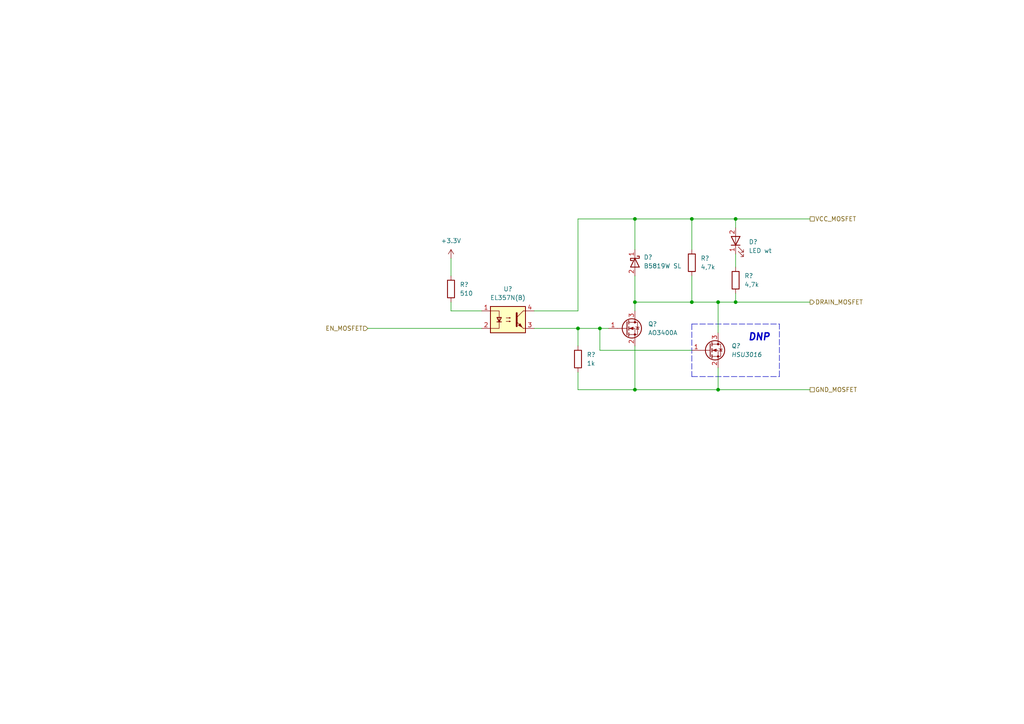
<source format=kicad_sch>
(kicad_sch (version 20211123) (generator eeschema)
  (paper "A4")
  (lib_symbols
    (symbol "Device:D_Schottky" (pin_names (offset 1.016) hide)
      (property "Reference" "D" (at 0 2.54 0))
      (property "Value" "D_Schottky" (at 0 -2.54 0))
      (symbol "D_Schottky_0_1"
        (polyline (pts (xy 1.27 0) (xy -1.27 0)))
        (polyline (pts (xy 1.27 1.27) (xy 1.27 -1.27) (xy -1.27 0) (xy 1.27 1.27)) (stroke (width 0.254)))
        (polyline (pts (xy -1.905 0.635) (xy -1.905 1.27) (xy -1.27 1.27) (xy -1.27 -1.27) (xy -0.635 -1.27) (xy -0.635 -0.635)) (stroke (width 0.254)))
      )
      (symbol "D_Schottky_1_1"
        (pin passive line (at -3.81 0 0) (length 2.54) (name "K") (number "1"))
        (pin passive line (at 3.81 0 180) (length 2.54) (name "A") (number "2"))
      )
    )
    (symbol "Device:LED" (pin_names (offset 1.016) hide)
      (property "Reference" "D" (at 0 2.54 0))
      (property "Value" "LED" (at 0 -2.54 0))
      (symbol "LED_0_1"
        (polyline (pts (xy -1.27 -1.27) (xy -1.27 1.27)) (stroke (width 0.254)))
        (polyline (pts (xy -1.27 0) (xy 1.27 0)))
        (polyline (pts (xy 1.27 -1.27) (xy 1.27 1.27) (xy -1.27 0) (xy 1.27 -1.27)) (stroke (width 0.254)))
        (polyline (pts (xy -3.048 -0.762) (xy -4.572 -2.286) (xy -3.81 -2.286) (xy -4.572 -2.286) (xy -4.572 -1.524)))
        (polyline (pts (xy -1.778 -0.762) (xy -3.302 -2.286) (xy -2.54 -2.286) (xy -3.302 -2.286) (xy -3.302 -1.524)))
      )
      (symbol "LED_1_1"
        (pin passive line (at -3.81 0 0) (length 2.54) (name "K") (number "1"))
        (pin passive line (at 3.81 0 180) (length 2.54) (name "A") (number "2"))
      )
    )
    (symbol "Device:R" (pin_numbers hide) (pin_names (offset 0))
      (property "Reference" "R" (at 2.032 0 90))
      (property "Value" "R" (at 0 0 90))
      (symbol "R_0_1"
        (rectangle (start -1.016 -2.54) (end 1.016 2.54) (stroke (width 0.254)))
      )
      (symbol "R_1_1"
        (pin passive line (at 0 3.81 270) (length 1.27) (name "~") (number "1"))
        (pin passive line (at 0 -3.81 90) (length 1.27) (name "~") (number "2"))
      )
    )
    (symbol "Isolator:LTV-357T" (pin_names (offset 1.016))
      (property "Reference" "U" (at -5.334 4.826 0))
      (property "Value" "LTV-357T" (at 0 5.08 0))
      (symbol "LTV-357T_0_1"
        (rectangle (start -5.08 3.81) (end 5.08 -3.81) (stroke (width 0.254)) (fill (type background)))
        (polyline (pts (xy -3.175 -0.635) (xy -1.905 -0.635)) (stroke (width 0.254)))
        (polyline (pts (xy 2.54 0.635) (xy 4.445 2.54)))
        (polyline (pts (xy 4.445 -2.54) (xy 2.54 -0.635)) (fill (type outline)))
        (polyline (pts (xy 4.445 -2.54) (xy 5.08 -2.54)))
        (polyline (pts (xy 4.445 2.54) (xy 5.08 2.54)))
        (polyline (pts (xy -5.08 2.54) (xy -2.54 2.54) (xy -2.54 -0.762)))
        (polyline (pts (xy -2.54 -0.635) (xy -2.54 -2.54) (xy -5.08 -2.54)))
        (polyline (pts (xy 2.54 1.905) (xy 2.54 -1.905) (xy 2.54 -1.905)) (stroke (width 0.508)))
        (polyline (pts (xy -2.54 -0.635) (xy -3.175 0.635) (xy -1.905 0.635) (xy -2.54 -0.635)) (stroke (width 0.254)))
        (polyline (pts (xy -0.508 -0.508) (xy 0.762 -0.508) (xy 0.381 -0.635) (xy 0.381 -0.381) (xy 0.762 -0.508)))
        (polyline (pts (xy -0.508 0.508) (xy 0.762 0.508) (xy 0.381 0.381) (xy 0.381 0.635) (xy 0.762 0.508)))
        (polyline (pts (xy 3.048 -1.651) (xy 3.556 -1.143) (xy 4.064 -2.159) (xy 3.048 -1.651) (xy 3.048 -1.651)) (fill (type outline)))
      )
      (symbol "LTV-357T_1_1"
        (pin passive line (at -7.62 2.54 0) (length 2.54) (name "~") (number "1"))
        (pin passive line (at -7.62 -2.54 0) (length 2.54) (name "~") (number "2"))
        (pin passive line (at 7.62 -2.54 180) (length 2.54) (name "~") (number "3"))
        (pin passive line (at 7.62 2.54 180) (length 2.54) (name "~") (number "4"))
      )
    )
    (symbol "Transistor_FET:AO3400A" (pin_names hide)
      (property "Reference" "Q" (at 5.08 1.905 0))
      (property "Value" "AO3400A" (at 5.08 0 0))
      (symbol "AO3400A_0_1"
        (polyline (pts (xy 0.254 0) (xy -2.54 0)))
        (polyline (pts (xy 0.254 1.905) (xy 0.254 -1.905)) (stroke (width 0.254)))
        (polyline (pts (xy 0.762 -1.27) (xy 0.762 -2.286)) (stroke (width 0.254)))
        (polyline (pts (xy 0.762 0.508) (xy 0.762 -0.508)) (stroke (width 0.254)))
        (polyline (pts (xy 0.762 2.286) (xy 0.762 1.27)) (stroke (width 0.254)))
        (polyline (pts (xy 2.54 2.54) (xy 2.54 1.778)))
        (polyline (pts (xy 2.54 -2.54) (xy 2.54 0) (xy 0.762 0)))
        (polyline (pts (xy 0.762 -1.778) (xy 3.302 -1.778) (xy 3.302 1.778) (xy 0.762 1.778)))
        (polyline (pts (xy 1.016 0) (xy 2.032 0.381) (xy 2.032 -0.381) (xy 1.016 0)) (fill (type outline)))
        (polyline (pts (xy 2.794 0.508) (xy 2.921 0.381) (xy 3.683 0.381) (xy 3.81 0.254)))
        (polyline (pts (xy 3.302 0.381) (xy 2.921 -0.254) (xy 3.683 -0.254) (xy 3.302 0.381)))
        (circle (center 1.651 0) (radius 2.794) (stroke (width 0.254)))
        (circle (center 2.54 -1.778) (radius 0.254) (fill (type outline)))
        (circle (center 2.54 1.778) (radius 0.254) (fill (type outline)))
      )
      (symbol "AO3400A_1_1"
        (pin input line (at -5.08 0 0) (length 2.54) (name "G") (number "1"))
        (pin passive line (at 2.54 -5.08 90) (length 2.54) (name "S") (number "2"))
        (pin passive line (at 2.54 5.08 270) (length 2.54) (name "D") (number "3"))
      )
    )
    (symbol "power:+3.3V" (power) (pin_names (offset 0))
      (property "Value" "+3.3V" (at 0 3.556 0))
      (symbol "+3.3V_0_1"
        (polyline (pts (xy -0.762 1.27) (xy 0 2.54)))
        (polyline (pts (xy 0 0) (xy 0 2.54)))
        (polyline (pts (xy 0 2.54) (xy 0.762 1.27)))
      )
      (symbol "+3.3V_1_1"
        (pin power_in line (at 0 0 90) (length 0) hide (name "+3.3V") (number "1"))
      )
    )
  )
  (junction (at 184.15 87.63))
  (junction (at 173.99 95.25))
  (junction (at 200.66 63.5))
  (junction (at 184.15 113.03))
  (junction (at 213.36 63.5))
  (junction (at 208.28 87.63))
  (junction (at 208.28 113.03))
  (junction (at 167.64 95.25))
  (junction (at 200.66 87.63))
  (junction (at 213.36 87.63))
  (junction (at 184.15 63.5))
  (wire (pts (xy 213.36 87.63) (xy 234.95 87.63)))
  (wire (pts (xy 130.81 74.93) (xy 130.81 80.01)))
  (polyline (pts (xy 200.66 93.98) (xy 226.06 93.98)))
  (wire (pts (xy 167.64 107.95) (xy 167.64 113.03)))
  (polyline (pts (xy 200.66 109.22) (xy 226.06 109.22)))
  (wire (pts (xy 173.99 95.25) (xy 173.99 101.6)))
  (wire (pts (xy 184.15 87.63) (xy 200.66 87.63)))
  (wire (pts (xy 213.36 63.5) (xy 234.95 63.5)))
  (wire (pts (xy 184.15 63.5) (xy 200.66 63.5)))
  (wire (pts (xy 208.28 87.63) (xy 208.28 96.52)))
  (wire (pts (xy 106.68 95.25) (xy 139.7 95.25)))
  (wire (pts (xy 167.64 95.25) (xy 173.99 95.25)))
  (wire (pts (xy 200.66 63.5) (xy 213.36 63.5)))
  (wire (pts (xy 208.28 113.03) (xy 234.95 113.03)))
  (wire (pts (xy 200.66 63.5) (xy 200.66 72.39)))
  (wire (pts (xy 184.15 113.03) (xy 208.28 113.03)))
  (wire (pts (xy 200.66 80.01) (xy 200.66 87.63)))
  (wire (pts (xy 184.15 87.63) (xy 184.15 90.17)))
  (wire (pts (xy 167.64 113.03) (xy 184.15 113.03)))
  (wire (pts (xy 167.64 90.17) (xy 167.64 63.5)))
  (wire (pts (xy 130.81 87.63) (xy 130.81 90.17)))
  (wire (pts (xy 173.99 95.25) (xy 176.53 95.25)))
  (wire (pts (xy 167.64 95.25) (xy 167.64 100.33)))
  (wire (pts (xy 184.15 63.5) (xy 184.15 72.39)))
  (wire (pts (xy 213.36 63.5) (xy 213.36 66.04)))
  (wire (pts (xy 213.36 85.09) (xy 213.36 87.63)))
  (wire (pts (xy 130.81 90.17) (xy 139.7 90.17)))
  (wire (pts (xy 184.15 80.01) (xy 184.15 87.63)))
  (wire (pts (xy 208.28 87.63) (xy 213.36 87.63)))
  (polyline (pts (xy 200.66 93.98) (xy 200.66 109.22)))
  (polyline (pts (xy 226.06 109.22) (xy 226.06 93.98)))
  (wire (pts (xy 154.94 90.17) (xy 167.64 90.17)))
  (wire (pts (xy 173.99 101.6) (xy 200.66 101.6)))
  (wire (pts (xy 167.64 63.5) (xy 184.15 63.5)))
  (wire (pts (xy 200.66 87.63) (xy 208.28 87.63)))
  (wire (pts (xy 208.28 106.68) (xy 208.28 113.03)))
  (wire (pts (xy 184.15 113.03) (xy 184.15 100.33)))
  (wire (pts (xy 213.36 73.66) (xy 213.36 77.47)))
  (wire (pts (xy 154.94 95.25) (xy 167.64 95.25)))
  (text "DNP" (at 223.52 99.06 180) (effects (font (size 2 2) (thickness 0.4) bold italic) (justify right bottom)))
  (hierarchical_label "GND_MOSFET" (shape passive) (at 234.95 113.03 0))
  (hierarchical_label "EN_MOSFET" (shape input) (at 106.68 95.25 180))
  (hierarchical_label "VCC_MOSFET" (shape passive) (at 234.95 63.5 0))
  (hierarchical_label "DRAIN_MOSFET" (shape output) (at 234.95 87.63 0))
  (symbol (lib_id "Device:LED") (at 213.36 69.85 90) (unit 1)
    (property "Reference" "D?" (at 217.17 70.1674 90) (effects (justify right)))
    (property "Value" "LED wt" (at 217.17 72.7074 90) (effects (justify right)))
    (property "Footprint" "LED_SMD:LED_0603_1608Metric" (effects hide))
    (property "Datasheet" "https://datasheet.lcsc.com/lcsc/1809041711_Hubei-KENTO-Elec-C2290_C2290.pdf" (effects hide))
    (property "JLCPCB Rotation Offset" "180" (effects hide))
    (property "JLCPCB Part #" "C2290" (effects hide))
  )
  (symbol (lib_id "Isolator:LTV-357T") (at 147.32 92.71 0) (unit 1)
    (property "Reference" "U?" (at 147.32 83.82 0))
    (property "Value" "EL357N(B)" (at 147.32 86.36 0))
    (property "Footprint" "Library:SO-5_4.4x3.6mm_P1.27mm_fake" (effects hide))
    (property "Datasheet" "https://datasheet.lcsc.com/lcsc/1809192312_Everlight-Elec-EL357N-B-TA-G_C6649.pdf" (effects hide))
    (property "LCSC Part #" "C6649" (effects hide))
  )
  (symbol (lib_id "Transistor_FET:AO3400A") (at 181.61 95.25 0) (unit 1)
    (property "Reference" "Q?" (at 187.96 93.9799 0) (effects (justify left)))
    (property "Value" "AO3400A" (at 187.96 96.5199 0) (effects (justify left)))
    (property "Footprint" "Package_TO_SOT_SMD:SOT-23" (effects hide))
    (property "Datasheet" "https://datasheet.lcsc.com/lcsc/1811081213_Alpha---Omega-Semicon-AO3400A_C20917.pdf" (effects hide))
    (property "JLCPCB Part #" "C20917" (effects hide))
  )
  (symbol (lib_id "Device:R") (at 130.81 83.82 0) (unit 1)
    (property "Reference" "R?" (at 133.35 82.5499 0) (effects (justify left)))
    (property "Value" "510" (at 133.35 85.0899 0) (effects (justify left)))
    (property "Footprint" "Resistor_SMD:R_0603_1608Metric" (effects hide))
    (property "Datasheet" "https://datasheet.lcsc.com/lcsc/2206010116_UNI-ROYAL-Uniroyal-Elec-0603WAF5100T5E_C23193.pdf" (effects hide))
    (property "LCSC Part #" "C23193" (effects hide))
  )
  (symbol (lib_id "Device:R") (at 167.64 104.14 180) (unit 1)
    (property "Reference" "R?" (at 170.18 102.8699 0) (effects (justify right)))
    (property "Value" "1k" (at 170.18 105.4099 0) (effects (justify right)))
    (property "Footprint" "Resistor_SMD:R_0603_1608Metric" (effects hide))
    (property "Datasheet" "https://datasheet.lcsc.com/lcsc/2206010130_UNI-ROYAL-Uniroyal-Elec-0603WAF1001T5E_C21190.pdf" (effects hide))
    (property "LCSC Part #" "C21190" (effects hide))
  )
  (symbol (lib_id "Device:R") (at 213.36 81.28 180) (unit 1)
    (property "Reference" "R?" (at 215.9 80.0099 0) (effects (justify right)))
    (property "Value" "4,7k" (at 215.9 82.5499 0) (effects (justify right)))
    (property "Footprint" "Resistor_SMD:R_0603_1608Metric" (effects hide))
    (property "Datasheet" "https://datasheet.lcsc.com/lcsc/2206010116_UNI-ROYAL-Uniroyal-Elec-0603WAF4701T5E_C23162.pdf" (effects hide))
    (property "LCSC Part #" "C23162" (effects hide))
  )
  (symbol (lib_id "power:+3.3V") (at 130.81 74.93 0) (unit 1)
    (property "Reference" "#PWR?" (effects hide))
    (property "Value" "+3.3V" (at 130.81 69.85 0))
  )
  (symbol (lib_id "Transistor_FET:AO3400A") (at 205.74 101.6 0) (unit 1) (in_bom no)
    (property "Reference" "Q?" (at 212.09 100.3299 0) (effects (font italic) (justify left)))
    (property "Value" "HSU3016" (at 212.09 102.8699 0) (effects (font italic) (justify left)))
    (property "Footprint" "Package_TO_SOT_SMD:TO-252-2" (effects hide))
    (property "Datasheet" "https://datasheet.lcsc.com/lcsc/2009041209_HUASHUO-HSU3016_C701001.pdf" (effects hide))
    (property "JLCPCB Part #" "C701001" (effects hide))
  )
  (symbol (lib_id "Device:R") (at 200.66 76.2 180) (unit 1)
    (property "Reference" "R?" (at 203.2 74.9299 0) (effects (justify right)))
    (property "Value" "4,7k" (at 203.2 77.4699 0) (effects (justify right)))
    (property "Footprint" "Resistor_SMD:R_0603_1608Metric" (effects hide))
    (property "Datasheet" "https://datasheet.lcsc.com/lcsc/2206010116_UNI-ROYAL-Uniroyal-Elec-0603WAF4701T5E_C23162.pdf" (effects hide))
    (property "LCSC Part #" "C23162" (effects hide))
  )
  (symbol (lib_id "Device:D_Schottky") (at 184.15 76.2 270) (unit 1)
    (property "Reference" "D?" (at 186.69 74.6124 90) (effects (justify left)))
    (property "Value" "B5819W SL" (at 186.69 77.1524 90) (effects (justify left)))
    (property "Footprint" "Diode_SMD:D_SOD-123" (effects hide))
    (property "Datasheet" "https://datasheet.lcsc.com/lcsc/1809140216_Jiangsu-Changjing-Electronics-Technology-Co---Ltd--B5819W-SL_C8598.pdf" (effects hide))
    (property "JLCPCB Part #" "C8598" (effects hide))
  )
)
</source>
